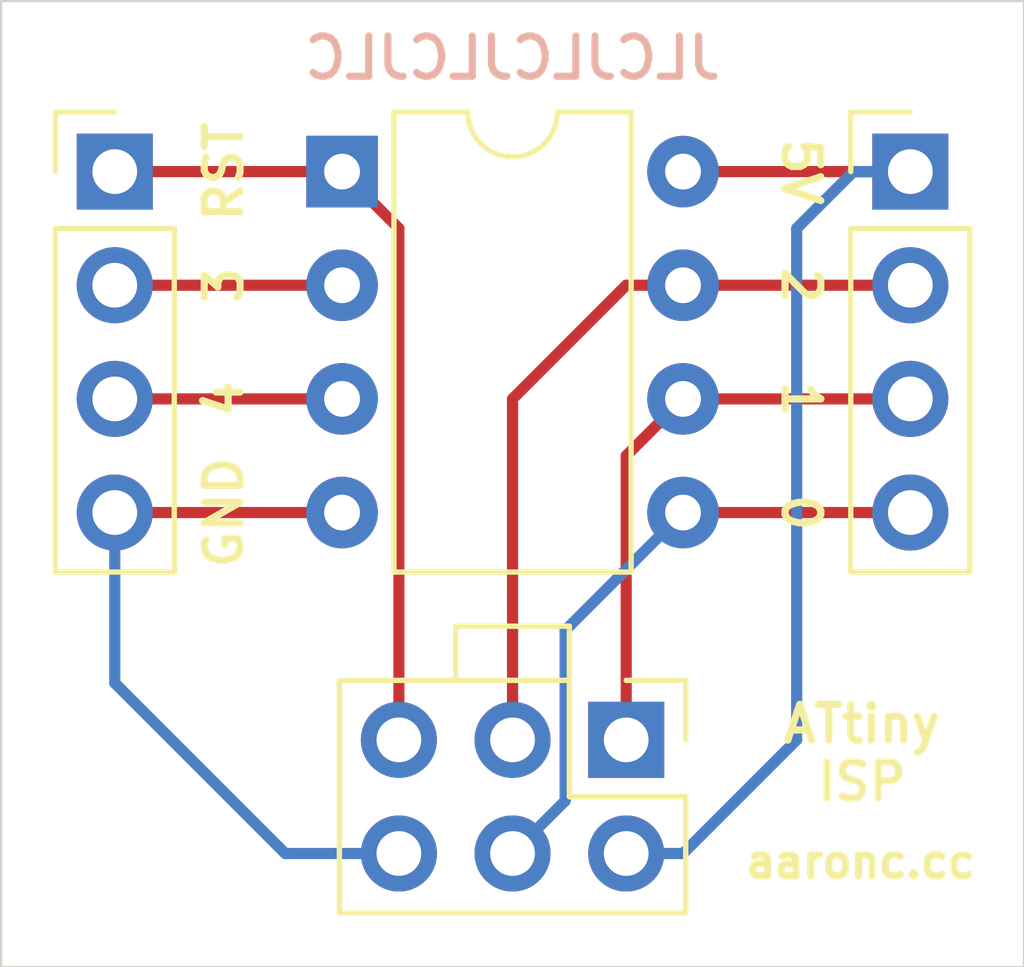
<source format=kicad_pcb>
(kicad_pcb (version 20171130) (host pcbnew 5.1.6)

  (general
    (thickness 1.6)
    (drawings 20)
    (tracks 27)
    (zones 0)
    (modules 4)
    (nets 9)
  )

  (page A4)
  (layers
    (0 F.Cu signal)
    (31 B.Cu signal)
    (32 B.Adhes user)
    (33 F.Adhes user)
    (34 B.Paste user)
    (35 F.Paste user)
    (36 B.SilkS user)
    (37 F.SilkS user)
    (38 B.Mask user)
    (39 F.Mask user)
    (40 Dwgs.User user)
    (41 Cmts.User user)
    (42 Eco1.User user)
    (43 Eco2.User user)
    (44 Edge.Cuts user)
    (45 Margin user)
    (46 B.CrtYd user)
    (47 F.CrtYd user)
    (48 B.Fab user)
    (49 F.Fab user)
  )

  (setup
    (last_trace_width 0.25)
    (trace_clearance 0.2)
    (zone_clearance 0.508)
    (zone_45_only no)
    (trace_min 0.2)
    (via_size 0.8)
    (via_drill 0.4)
    (via_min_size 0.4)
    (via_min_drill 0.3)
    (uvia_size 0.3)
    (uvia_drill 0.1)
    (uvias_allowed no)
    (uvia_min_size 0.2)
    (uvia_min_drill 0.1)
    (edge_width 0.05)
    (segment_width 0.2)
    (pcb_text_width 0.3)
    (pcb_text_size 1.5 1.5)
    (mod_edge_width 0.12)
    (mod_text_size 1 1)
    (mod_text_width 0.15)
    (pad_size 1.524 1.524)
    (pad_drill 0.762)
    (pad_to_mask_clearance 0.05)
    (aux_axis_origin 0 0)
    (visible_elements FFFFFF7F)
    (pcbplotparams
      (layerselection 0x010fc_ffffffff)
      (usegerberextensions false)
      (usegerberattributes true)
      (usegerberadvancedattributes true)
      (creategerberjobfile true)
      (excludeedgelayer true)
      (linewidth 0.100000)
      (plotframeref false)
      (viasonmask false)
      (mode 1)
      (useauxorigin false)
      (hpglpennumber 1)
      (hpglpenspeed 20)
      (hpglpendiameter 15.000000)
      (psnegative false)
      (psa4output false)
      (plotreference true)
      (plotvalue true)
      (plotinvisibletext false)
      (padsonsilk false)
      (subtractmaskfromsilk false)
      (outputformat 1)
      (mirror false)
      (drillshape 0)
      (scaleselection 1)
      (outputdirectory "gerbers/"))
  )

  (net 0 "")
  (net 1 GND)
  (net 2 PB4)
  (net 3 PB3)
  (net 4 PB5)
  (net 5 PB0)
  (net 6 PB1)
  (net 7 PB2)
  (net 8 VCC)

  (net_class Default "This is the default net class."
    (clearance 0.2)
    (trace_width 0.25)
    (via_dia 0.8)
    (via_drill 0.4)
    (uvia_dia 0.3)
    (uvia_drill 0.1)
    (add_net GND)
    (add_net PB0)
    (add_net PB1)
    (add_net PB2)
    (add_net PB3)
    (add_net PB4)
    (add_net PB5)
    (add_net VCC)
  )

  (module attiny85-breakout:PinHeader_1x04_P2.54mm_Vertical_FlippedModel (layer F.Cu) (tedit 5EF8F590) (tstamp 5EF8F6EA)
    (at 151.13 93.98)
    (descr "Through hole straight pin header, 1x04, 2.54mm pitch, single row, flipped 3D model")
    (tags "Through hole pin header THT 1x04 2.54mm single row")
    (path /5EF9DFF4)
    (fp_text reference J2 (at 0 -2.33) (layer F.SilkS) hide
      (effects (font (size 1 1) (thickness 0.15)))
    )
    (fp_text value RightConn (at 0 9.95) (layer F.Fab) hide
      (effects (font (size 1 1) (thickness 0.15)))
    )
    (fp_line (start -0.635 -1.27) (end 1.27 -1.27) (layer F.Fab) (width 0.1))
    (fp_line (start 1.27 -1.27) (end 1.27 8.89) (layer F.Fab) (width 0.1))
    (fp_line (start 1.27 8.89) (end -1.27 8.89) (layer F.Fab) (width 0.1))
    (fp_line (start -1.27 8.89) (end -1.27 -0.635) (layer F.Fab) (width 0.1))
    (fp_line (start -1.27 -0.635) (end -0.635 -1.27) (layer F.Fab) (width 0.1))
    (fp_line (start -1.33 8.95) (end 1.33 8.95) (layer F.SilkS) (width 0.12))
    (fp_line (start -1.33 1.27) (end -1.33 8.95) (layer F.SilkS) (width 0.12))
    (fp_line (start 1.33 1.27) (end 1.33 8.95) (layer F.SilkS) (width 0.12))
    (fp_line (start -1.33 1.27) (end 1.33 1.27) (layer F.SilkS) (width 0.12))
    (fp_line (start -1.33 0) (end -1.33 -1.33) (layer F.SilkS) (width 0.12))
    (fp_line (start -1.33 -1.33) (end 0 -1.33) (layer F.SilkS) (width 0.12))
    (fp_line (start -1.8 -1.8) (end -1.8 9.4) (layer F.CrtYd) (width 0.05))
    (fp_line (start -1.8 9.4) (end 1.8 9.4) (layer F.CrtYd) (width 0.05))
    (fp_line (start 1.8 9.4) (end 1.8 -1.8) (layer F.CrtYd) (width 0.05))
    (fp_line (start 1.8 -1.8) (end -1.8 -1.8) (layer F.CrtYd) (width 0.05))
    (fp_text user %R (at 0 3.81 90) (layer F.Fab) hide
      (effects (font (size 1 1) (thickness 0.15)))
    )
    (pad 1 thru_hole rect (at 0 0) (size 1.7 1.7) (drill 1) (layers *.Cu *.Mask)
      (net 8 VCC))
    (pad 2 thru_hole oval (at 0 2.54) (size 1.7 1.7) (drill 1) (layers *.Cu *.Mask)
      (net 7 PB2))
    (pad 3 thru_hole oval (at 0 5.08) (size 1.7 1.7) (drill 1) (layers *.Cu *.Mask)
      (net 6 PB1))
    (pad 4 thru_hole oval (at 0 7.62) (size 1.7 1.7) (drill 1) (layers *.Cu *.Mask)
      (net 5 PB0))
    (model ${KISYS3DMOD}/Connector_PinHeader_2.54mm.3dshapes/PinHeader_1x04_P2.54mm_Vertical.wrl
      (offset (xyz 0 0 -1.5))
      (scale (xyz 1 1 1))
      (rotate (xyz 0 180 0))
    )
  )

  (module Connector_PinHeader_2.54mm:PinHeader_2x03_P2.54mm_Vertical (layer F.Cu) (tedit 59FED5CC) (tstamp 5EF8F706)
    (at 144.78 106.68 270)
    (descr "Through hole straight pin header, 2x03, 2.54mm pitch, double rows")
    (tags "Through hole pin header THT 2x03 2.54mm double row")
    (path /5EF98C46)
    (fp_text reference J3 (at 1.27 -2.33 90) (layer F.SilkS) hide
      (effects (font (size 1 1) (thickness 0.15)))
    )
    (fp_text value AVR-ISP-6 (at 1.27 7.41 90) (layer F.Fab) hide
      (effects (font (size 1 1) (thickness 0.15)))
    )
    (fp_line (start 0 -1.27) (end 3.81 -1.27) (layer F.Fab) (width 0.1))
    (fp_line (start 3.81 -1.27) (end 3.81 6.35) (layer F.Fab) (width 0.1))
    (fp_line (start 3.81 6.35) (end -1.27 6.35) (layer F.Fab) (width 0.1))
    (fp_line (start -1.27 6.35) (end -1.27 0) (layer F.Fab) (width 0.1))
    (fp_line (start -1.27 0) (end 0 -1.27) (layer F.Fab) (width 0.1))
    (fp_line (start -1.33 6.41) (end 3.87 6.41) (layer F.SilkS) (width 0.12))
    (fp_line (start -1.33 1.27) (end -1.33 6.41) (layer F.SilkS) (width 0.12))
    (fp_line (start 3.87 -1.33) (end 3.87 6.41) (layer F.SilkS) (width 0.12))
    (fp_line (start -1.33 1.27) (end 1.27 1.27) (layer F.SilkS) (width 0.12))
    (fp_line (start 1.27 1.27) (end 1.27 -1.33) (layer F.SilkS) (width 0.12))
    (fp_line (start 1.27 -1.33) (end 3.87 -1.33) (layer F.SilkS) (width 0.12))
    (fp_line (start -1.33 0) (end -1.33 -1.33) (layer F.SilkS) (width 0.12))
    (fp_line (start -1.33 -1.33) (end 0 -1.33) (layer F.SilkS) (width 0.12))
    (fp_line (start -1.8 -1.8) (end -1.8 6.85) (layer F.CrtYd) (width 0.05))
    (fp_line (start -1.8 6.85) (end 4.35 6.85) (layer F.CrtYd) (width 0.05))
    (fp_line (start 4.35 6.85) (end 4.35 -1.8) (layer F.CrtYd) (width 0.05))
    (fp_line (start 4.35 -1.8) (end -1.8 -1.8) (layer F.CrtYd) (width 0.05))
    (fp_text user %R (at 1.27 2.54) (layer F.Fab) hide
      (effects (font (size 1 1) (thickness 0.15)))
    )
    (pad 6 thru_hole oval (at 2.54 5.08 270) (size 1.7 1.7) (drill 1) (layers *.Cu *.Mask)
      (net 1 GND))
    (pad 5 thru_hole oval (at 0 5.08 270) (size 1.7 1.7) (drill 1) (layers *.Cu *.Mask)
      (net 4 PB5))
    (pad 4 thru_hole oval (at 2.54 2.54 270) (size 1.7 1.7) (drill 1) (layers *.Cu *.Mask)
      (net 5 PB0))
    (pad 3 thru_hole oval (at 0 2.54 270) (size 1.7 1.7) (drill 1) (layers *.Cu *.Mask)
      (net 7 PB2))
    (pad 2 thru_hole oval (at 2.54 0 270) (size 1.7 1.7) (drill 1) (layers *.Cu *.Mask)
      (net 8 VCC))
    (pad 1 thru_hole rect (at 0 0 270) (size 1.7 1.7) (drill 1) (layers *.Cu *.Mask)
      (net 6 PB1))
    (model ${KISYS3DMOD}/Connector_PinHeader_2.54mm.3dshapes/PinHeader_2x03_P2.54mm_Vertical.wrl
      (at (xyz 0 0 0))
      (scale (xyz 1 1 1))
      (rotate (xyz 0 0 0))
    )
  )

  (module Package_DIP:DIP-8_W7.62mm (layer F.Cu) (tedit 5A02E8C5) (tstamp 5EF8F722)
    (at 138.43 93.98)
    (descr "8-lead though-hole mounted DIP package, row spacing 7.62 mm (300 mils)")
    (tags "THT DIP DIL PDIP 2.54mm 7.62mm 300mil")
    (path /5EF986CE)
    (fp_text reference U1 (at 3.81 -2.33) (layer F.SilkS) hide
      (effects (font (size 1 1) (thickness 0.15)))
    )
    (fp_text value ATtiny85-20PU (at 3.81 9.95) (layer F.Fab) hide
      (effects (font (size 1 1) (thickness 0.15)))
    )
    (fp_line (start 1.635 -1.27) (end 6.985 -1.27) (layer F.Fab) (width 0.1))
    (fp_line (start 6.985 -1.27) (end 6.985 8.89) (layer F.Fab) (width 0.1))
    (fp_line (start 6.985 8.89) (end 0.635 8.89) (layer F.Fab) (width 0.1))
    (fp_line (start 0.635 8.89) (end 0.635 -0.27) (layer F.Fab) (width 0.1))
    (fp_line (start 0.635 -0.27) (end 1.635 -1.27) (layer F.Fab) (width 0.1))
    (fp_line (start 2.81 -1.33) (end 1.16 -1.33) (layer F.SilkS) (width 0.12))
    (fp_line (start 1.16 -1.33) (end 1.16 8.95) (layer F.SilkS) (width 0.12))
    (fp_line (start 1.16 8.95) (end 6.46 8.95) (layer F.SilkS) (width 0.12))
    (fp_line (start 6.46 8.95) (end 6.46 -1.33) (layer F.SilkS) (width 0.12))
    (fp_line (start 6.46 -1.33) (end 4.81 -1.33) (layer F.SilkS) (width 0.12))
    (fp_line (start -1.1 -1.55) (end -1.1 9.15) (layer F.CrtYd) (width 0.05))
    (fp_line (start -1.1 9.15) (end 8.7 9.15) (layer F.CrtYd) (width 0.05))
    (fp_line (start 8.7 9.15) (end 8.7 -1.55) (layer F.CrtYd) (width 0.05))
    (fp_line (start 8.7 -1.55) (end -1.1 -1.55) (layer F.CrtYd) (width 0.05))
    (fp_text user %R (at 3.81 3.81) (layer F.Fab) hide
      (effects (font (size 1 1) (thickness 0.15)))
    )
    (fp_arc (start 3.81 -1.33) (end 2.81 -1.33) (angle -180) (layer F.SilkS) (width 0.12))
    (pad 8 thru_hole oval (at 7.62 0) (size 1.6 1.6) (drill 0.8) (layers *.Cu *.Mask)
      (net 8 VCC))
    (pad 4 thru_hole oval (at 0 7.62) (size 1.6 1.6) (drill 0.8) (layers *.Cu *.Mask)
      (net 1 GND))
    (pad 7 thru_hole oval (at 7.62 2.54) (size 1.6 1.6) (drill 0.8) (layers *.Cu *.Mask)
      (net 7 PB2))
    (pad 3 thru_hole oval (at 0 5.08) (size 1.6 1.6) (drill 0.8) (layers *.Cu *.Mask)
      (net 2 PB4))
    (pad 6 thru_hole oval (at 7.62 5.08) (size 1.6 1.6) (drill 0.8) (layers *.Cu *.Mask)
      (net 6 PB1))
    (pad 2 thru_hole oval (at 0 2.54) (size 1.6 1.6) (drill 0.8) (layers *.Cu *.Mask)
      (net 3 PB3))
    (pad 5 thru_hole oval (at 7.62 7.62) (size 1.6 1.6) (drill 0.8) (layers *.Cu *.Mask)
      (net 5 PB0))
    (pad 1 thru_hole rect (at 0 0) (size 1.6 1.6) (drill 0.8) (layers *.Cu *.Mask)
      (net 4 PB5))
    (model ${KISYS3DMOD}/Package_DIP.3dshapes/DIP-8_W7.62mm_Socket.wrl
      (at (xyz 0 0 0))
      (scale (xyz 1 1 1))
      (rotate (xyz 0 0 0))
    )
  )

  (module attiny85-breakout:PinHeader_1x04_P2.54mm_Vertical_FlippedModel (layer F.Cu) (tedit 5EF8F590) (tstamp 5EF8F6D2)
    (at 133.35 93.98)
    (descr "Through hole straight pin header, 1x04, 2.54mm pitch, single row, flipped 3D model")
    (tags "Through hole pin header THT 1x04 2.54mm single row")
    (path /5EF9EA56)
    (fp_text reference J1 (at 0 -2.33) (layer F.SilkS) hide
      (effects (font (size 1 1) (thickness 0.15)))
    )
    (fp_text value LeftConn (at 0 9.95) (layer F.Fab) hide
      (effects (font (size 1 1) (thickness 0.15)))
    )
    (fp_line (start 1.8 -1.8) (end -1.8 -1.8) (layer F.CrtYd) (width 0.05))
    (fp_line (start 1.8 9.4) (end 1.8 -1.8) (layer F.CrtYd) (width 0.05))
    (fp_line (start -1.8 9.4) (end 1.8 9.4) (layer F.CrtYd) (width 0.05))
    (fp_line (start -1.8 -1.8) (end -1.8 9.4) (layer F.CrtYd) (width 0.05))
    (fp_line (start -1.33 -1.33) (end 0 -1.33) (layer F.SilkS) (width 0.12))
    (fp_line (start -1.33 0) (end -1.33 -1.33) (layer F.SilkS) (width 0.12))
    (fp_line (start -1.33 1.27) (end 1.33 1.27) (layer F.SilkS) (width 0.12))
    (fp_line (start 1.33 1.27) (end 1.33 8.95) (layer F.SilkS) (width 0.12))
    (fp_line (start -1.33 1.27) (end -1.33 8.95) (layer F.SilkS) (width 0.12))
    (fp_line (start -1.33 8.95) (end 1.33 8.95) (layer F.SilkS) (width 0.12))
    (fp_line (start -1.27 -0.635) (end -0.635 -1.27) (layer F.Fab) (width 0.1))
    (fp_line (start -1.27 8.89) (end -1.27 -0.635) (layer F.Fab) (width 0.1))
    (fp_line (start 1.27 8.89) (end -1.27 8.89) (layer F.Fab) (width 0.1))
    (fp_line (start 1.27 -1.27) (end 1.27 8.89) (layer F.Fab) (width 0.1))
    (fp_line (start -0.635 -1.27) (end 1.27 -1.27) (layer F.Fab) (width 0.1))
    (fp_text user %R (at 0 3.81 90) (layer F.Fab) hide
      (effects (font (size 1 1) (thickness 0.15)))
    )
    (pad 4 thru_hole oval (at 0 7.62) (size 1.7 1.7) (drill 1) (layers *.Cu *.Mask)
      (net 1 GND))
    (pad 3 thru_hole oval (at 0 5.08) (size 1.7 1.7) (drill 1) (layers *.Cu *.Mask)
      (net 2 PB4))
    (pad 2 thru_hole oval (at 0 2.54) (size 1.7 1.7) (drill 1) (layers *.Cu *.Mask)
      (net 3 PB3))
    (pad 1 thru_hole rect (at 0 0) (size 1.7 1.7) (drill 1) (layers *.Cu *.Mask)
      (net 4 PB5))
    (model ${KISYS3DMOD}/Connector_PinHeader_2.54mm.3dshapes/PinHeader_1x04_P2.54mm_Vertical.wrl
      (offset (xyz 0 0 -1.5))
      (scale (xyz 1 1 1))
      (rotate (xyz 0 180 0))
    )
  )

  (gr_text JLCJLCJLCJLC (at 142.24 91.44) (layer B.SilkS)
    (effects (font (size 0.9 0.9) (thickness 0.16)) (justify mirror))
  )
  (gr_text 5V (at 148.6916 93.98 270) (layer F.SilkS) (tstamp 5EF97D94)
    (effects (font (size 0.8 0.8) (thickness 0.16)))
  )
  (gr_text 2 (at 148.6916 96.52 270) (layer F.SilkS) (tstamp 5EF97A2C)
    (effects (font (size 0.8 0.8) (thickness 0.16)))
  )
  (gr_text 1 (at 148.6916 99.06 270) (layer F.SilkS) (tstamp 5EF97E34)
    (effects (font (size 0.8 0.8) (thickness 0.16)))
  )
  (gr_text 0 (at 148.6916 101.6 270) (layer F.SilkS) (tstamp 5EF97A20)
    (effects (font (size 0.8 0.8) (thickness 0.16)))
  )
  (gr_text GND (at 135.7884 101.6 90) (layer F.SilkS) (tstamp 5EF97D88)
    (effects (font (size 0.8 0.8) (thickness 0.16)))
  )
  (gr_text 4 (at 135.7884 99.06 90) (layer F.SilkS) (tstamp 5EF97D7F)
    (effects (font (size 0.8 0.8) (thickness 0.16)))
  )
  (gr_text 3 (at 135.7884 96.52 90) (layer F.SilkS) (tstamp 5EF97D77)
    (effects (font (size 0.8 0.8) (thickness 0.16)))
  )
  (gr_text RST (at 135.7884 93.98 90) (layer F.SilkS)
    (effects (font (size 0.8 0.8) (thickness 0.16)))
  )
  (gr_line (start 143.51 104.902) (end 143.51 105.35) (layer F.SilkS) (width 0.12))
  (gr_line (start 140.97 104.902) (end 140.97 105.3084) (layer F.SilkS) (width 0.12))
  (gr_line (start 143.51 104.14) (end 140.97 104.14) (layer F.SilkS) (width 0.12) (tstamp 5EF97852))
  (gr_line (start 143.51 104.902) (end 143.51 104.14) (layer F.SilkS) (width 0.12))
  (gr_line (start 140.97 104.902) (end 140.97 104.14) (layer F.SilkS) (width 0.12))
  (gr_text aaronc.cc (at 150.02256 109.40288) (layer F.SilkS)
    (effects (font (size 0.7 0.7) (thickness 0.16)))
  )
  (gr_text "ATtiny\nISP" (at 150.04796 106.96956) (layer F.SilkS)
    (effects (font (size 0.8 0.8) (thickness 0.16)))
  )
  (gr_line (start 130.81 111.76) (end 130.81 90.17) (layer Edge.Cuts) (width 0.05) (tstamp 5EF96FF9))
  (gr_line (start 153.67 111.76) (end 130.81 111.76) (layer Edge.Cuts) (width 0.05))
  (gr_line (start 153.67 90.17) (end 153.67 111.76) (layer Edge.Cuts) (width 0.05))
  (gr_line (start 130.81 90.17) (end 153.67 90.17) (layer Edge.Cuts) (width 0.05))

  (segment (start 138.43 101.6) (end 133.35 101.6) (width 0.25) (layer F.Cu) (net 1))
  (segment (start 133.35 101.6) (end 133.35 105.41) (width 0.25) (layer B.Cu) (net 1))
  (segment (start 137.16 109.22) (end 139.7 109.22) (width 0.25) (layer B.Cu) (net 1))
  (segment (start 133.35 105.41) (end 137.16 109.22) (width 0.25) (layer B.Cu) (net 1))
  (segment (start 138.43 99.06) (end 133.35 99.06) (width 0.25) (layer F.Cu) (net 2))
  (segment (start 138.43 96.52) (end 133.35 96.52) (width 0.25) (layer F.Cu) (net 3))
  (segment (start 139.7 95.25) (end 139.7 106.68) (width 0.25) (layer F.Cu) (net 4))
  (segment (start 138.43 93.98) (end 139.7 95.25) (width 0.25) (layer F.Cu) (net 4))
  (segment (start 138.43 93.98) (end 133.35 93.98) (width 0.25) (layer F.Cu) (net 4))
  (segment (start 146.05 101.6) (end 151.13 101.6) (width 0.25) (layer F.Cu) (net 5))
  (segment (start 143.415001 104.234999) (end 146.05 101.6) (width 0.25) (layer B.Cu) (net 5))
  (segment (start 143.415001 108.044999) (end 143.415001 104.234999) (width 0.25) (layer B.Cu) (net 5))
  (segment (start 142.24 109.22) (end 143.415001 108.044999) (width 0.25) (layer B.Cu) (net 5))
  (segment (start 144.78 100.33) (end 144.78 106.68) (width 0.25) (layer F.Cu) (net 6))
  (segment (start 146.05 99.06) (end 144.78 100.33) (width 0.25) (layer F.Cu) (net 6))
  (segment (start 146.05 99.06) (end 151.13 99.06) (width 0.25) (layer F.Cu) (net 6))
  (segment (start 146.05 96.52) (end 144.78 96.52) (width 0.25) (layer F.Cu) (net 7))
  (segment (start 142.24 99.06) (end 142.24 106.68) (width 0.25) (layer F.Cu) (net 7))
  (segment (start 144.78 96.52) (end 142.24 99.06) (width 0.25) (layer F.Cu) (net 7))
  (segment (start 146.05 96.52) (end 151.13 96.52) (width 0.25) (layer F.Cu) (net 7))
  (segment (start 146.05 93.98) (end 151.13 93.98) (width 0.25) (layer F.Cu) (net 8))
  (segment (start 151.13 93.98) (end 149.86 93.98) (width 0.25) (layer F.Cu) (net 8))
  (segment (start 148.59 95.25) (end 148.59 106.68) (width 0.25) (layer B.Cu) (net 8))
  (segment (start 149.86 93.98) (end 148.59 95.25) (width 0.25) (layer B.Cu) (net 8))
  (segment (start 151.13 93.98) (end 149.86 93.98) (width 0.25) (layer B.Cu) (net 8))
  (segment (start 146.05 109.22) (end 148.59 106.68) (width 0.25) (layer B.Cu) (net 8))
  (segment (start 144.78 109.22) (end 146.05 109.22) (width 0.25) (layer B.Cu) (net 8))

)

</source>
